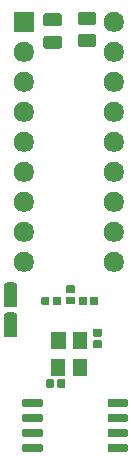
<source format=gbr>
G04 #@! TF.GenerationSoftware,KiCad,Pcbnew,5.1.5+dfsg1-2build2*
G04 #@! TF.CreationDate,2023-02-25T19:10:51+00:00*
G04 #@! TF.ProjectId,video-ram-replacement,76696465-6f2d-4726-916d-2d7265706c61,rev?*
G04 #@! TF.SameCoordinates,Original*
G04 #@! TF.FileFunction,Soldermask,Bot*
G04 #@! TF.FilePolarity,Negative*
%FSLAX46Y46*%
G04 Gerber Fmt 4.6, Leading zero omitted, Abs format (unit mm)*
G04 Created by KiCad (PCBNEW 5.1.5+dfsg1-2build2) date 2023-02-25 19:10:51*
%MOMM*%
%LPD*%
G04 APERTURE LIST*
%ADD10C,0.150000*%
G04 APERTURE END LIST*
D10*
G36*
X106594928Y-125381764D02*
G01*
X106616009Y-125388160D01*
X106635445Y-125398548D01*
X106652476Y-125412524D01*
X106666452Y-125429555D01*
X106676840Y-125448991D01*
X106683236Y-125470072D01*
X106686000Y-125498140D01*
X106686000Y-125961860D01*
X106683236Y-125989928D01*
X106676840Y-126011009D01*
X106666452Y-126030445D01*
X106652476Y-126047476D01*
X106635445Y-126061452D01*
X106616009Y-126071840D01*
X106594928Y-126078236D01*
X106566860Y-126081000D01*
X105103140Y-126081000D01*
X105075072Y-126078236D01*
X105053991Y-126071840D01*
X105034555Y-126061452D01*
X105017524Y-126047476D01*
X105003548Y-126030445D01*
X104993160Y-126011009D01*
X104986764Y-125989928D01*
X104984000Y-125961860D01*
X104984000Y-125498140D01*
X104986764Y-125470072D01*
X104993160Y-125448991D01*
X105003548Y-125429555D01*
X105017524Y-125412524D01*
X105034555Y-125398548D01*
X105053991Y-125388160D01*
X105075072Y-125381764D01*
X105103140Y-125379000D01*
X106566860Y-125379000D01*
X106594928Y-125381764D01*
G37*
G36*
X99394928Y-125381764D02*
G01*
X99416009Y-125388160D01*
X99435445Y-125398548D01*
X99452476Y-125412524D01*
X99466452Y-125429555D01*
X99476840Y-125448991D01*
X99483236Y-125470072D01*
X99486000Y-125498140D01*
X99486000Y-125961860D01*
X99483236Y-125989928D01*
X99476840Y-126011009D01*
X99466452Y-126030445D01*
X99452476Y-126047476D01*
X99435445Y-126061452D01*
X99416009Y-126071840D01*
X99394928Y-126078236D01*
X99366860Y-126081000D01*
X97903140Y-126081000D01*
X97875072Y-126078236D01*
X97853991Y-126071840D01*
X97834555Y-126061452D01*
X97817524Y-126047476D01*
X97803548Y-126030445D01*
X97793160Y-126011009D01*
X97786764Y-125989928D01*
X97784000Y-125961860D01*
X97784000Y-125498140D01*
X97786764Y-125470072D01*
X97793160Y-125448991D01*
X97803548Y-125429555D01*
X97817524Y-125412524D01*
X97834555Y-125398548D01*
X97853991Y-125388160D01*
X97875072Y-125381764D01*
X97903140Y-125379000D01*
X99366860Y-125379000D01*
X99394928Y-125381764D01*
G37*
G36*
X106594928Y-124111764D02*
G01*
X106616009Y-124118160D01*
X106635445Y-124128548D01*
X106652476Y-124142524D01*
X106666452Y-124159555D01*
X106676840Y-124178991D01*
X106683236Y-124200072D01*
X106686000Y-124228140D01*
X106686000Y-124691860D01*
X106683236Y-124719928D01*
X106676840Y-124741009D01*
X106666452Y-124760445D01*
X106652476Y-124777476D01*
X106635445Y-124791452D01*
X106616009Y-124801840D01*
X106594928Y-124808236D01*
X106566860Y-124811000D01*
X105103140Y-124811000D01*
X105075072Y-124808236D01*
X105053991Y-124801840D01*
X105034555Y-124791452D01*
X105017524Y-124777476D01*
X105003548Y-124760445D01*
X104993160Y-124741009D01*
X104986764Y-124719928D01*
X104984000Y-124691860D01*
X104984000Y-124228140D01*
X104986764Y-124200072D01*
X104993160Y-124178991D01*
X105003548Y-124159555D01*
X105017524Y-124142524D01*
X105034555Y-124128548D01*
X105053991Y-124118160D01*
X105075072Y-124111764D01*
X105103140Y-124109000D01*
X106566860Y-124109000D01*
X106594928Y-124111764D01*
G37*
G36*
X99394928Y-124111764D02*
G01*
X99416009Y-124118160D01*
X99435445Y-124128548D01*
X99452476Y-124142524D01*
X99466452Y-124159555D01*
X99476840Y-124178991D01*
X99483236Y-124200072D01*
X99486000Y-124228140D01*
X99486000Y-124691860D01*
X99483236Y-124719928D01*
X99476840Y-124741009D01*
X99466452Y-124760445D01*
X99452476Y-124777476D01*
X99435445Y-124791452D01*
X99416009Y-124801840D01*
X99394928Y-124808236D01*
X99366860Y-124811000D01*
X97903140Y-124811000D01*
X97875072Y-124808236D01*
X97853991Y-124801840D01*
X97834555Y-124791452D01*
X97817524Y-124777476D01*
X97803548Y-124760445D01*
X97793160Y-124741009D01*
X97786764Y-124719928D01*
X97784000Y-124691860D01*
X97784000Y-124228140D01*
X97786764Y-124200072D01*
X97793160Y-124178991D01*
X97803548Y-124159555D01*
X97817524Y-124142524D01*
X97834555Y-124128548D01*
X97853991Y-124118160D01*
X97875072Y-124111764D01*
X97903140Y-124109000D01*
X99366860Y-124109000D01*
X99394928Y-124111764D01*
G37*
G36*
X99394928Y-122841764D02*
G01*
X99416009Y-122848160D01*
X99435445Y-122858548D01*
X99452476Y-122872524D01*
X99466452Y-122889555D01*
X99476840Y-122908991D01*
X99483236Y-122930072D01*
X99486000Y-122958140D01*
X99486000Y-123421860D01*
X99483236Y-123449928D01*
X99476840Y-123471009D01*
X99466452Y-123490445D01*
X99452476Y-123507476D01*
X99435445Y-123521452D01*
X99416009Y-123531840D01*
X99394928Y-123538236D01*
X99366860Y-123541000D01*
X97903140Y-123541000D01*
X97875072Y-123538236D01*
X97853991Y-123531840D01*
X97834555Y-123521452D01*
X97817524Y-123507476D01*
X97803548Y-123490445D01*
X97793160Y-123471009D01*
X97786764Y-123449928D01*
X97784000Y-123421860D01*
X97784000Y-122958140D01*
X97786764Y-122930072D01*
X97793160Y-122908991D01*
X97803548Y-122889555D01*
X97817524Y-122872524D01*
X97834555Y-122858548D01*
X97853991Y-122848160D01*
X97875072Y-122841764D01*
X97903140Y-122839000D01*
X99366860Y-122839000D01*
X99394928Y-122841764D01*
G37*
G36*
X106594928Y-122841764D02*
G01*
X106616009Y-122848160D01*
X106635445Y-122858548D01*
X106652476Y-122872524D01*
X106666452Y-122889555D01*
X106676840Y-122908991D01*
X106683236Y-122930072D01*
X106686000Y-122958140D01*
X106686000Y-123421860D01*
X106683236Y-123449928D01*
X106676840Y-123471009D01*
X106666452Y-123490445D01*
X106652476Y-123507476D01*
X106635445Y-123521452D01*
X106616009Y-123531840D01*
X106594928Y-123538236D01*
X106566860Y-123541000D01*
X105103140Y-123541000D01*
X105075072Y-123538236D01*
X105053991Y-123531840D01*
X105034555Y-123521452D01*
X105017524Y-123507476D01*
X105003548Y-123490445D01*
X104993160Y-123471009D01*
X104986764Y-123449928D01*
X104984000Y-123421860D01*
X104984000Y-122958140D01*
X104986764Y-122930072D01*
X104993160Y-122908991D01*
X105003548Y-122889555D01*
X105017524Y-122872524D01*
X105034555Y-122858548D01*
X105053991Y-122848160D01*
X105075072Y-122841764D01*
X105103140Y-122839000D01*
X106566860Y-122839000D01*
X106594928Y-122841764D01*
G37*
G36*
X106594928Y-121571764D02*
G01*
X106616009Y-121578160D01*
X106635445Y-121588548D01*
X106652476Y-121602524D01*
X106666452Y-121619555D01*
X106676840Y-121638991D01*
X106683236Y-121660072D01*
X106686000Y-121688140D01*
X106686000Y-122151860D01*
X106683236Y-122179928D01*
X106676840Y-122201009D01*
X106666452Y-122220445D01*
X106652476Y-122237476D01*
X106635445Y-122251452D01*
X106616009Y-122261840D01*
X106594928Y-122268236D01*
X106566860Y-122271000D01*
X105103140Y-122271000D01*
X105075072Y-122268236D01*
X105053991Y-122261840D01*
X105034555Y-122251452D01*
X105017524Y-122237476D01*
X105003548Y-122220445D01*
X104993160Y-122201009D01*
X104986764Y-122179928D01*
X104984000Y-122151860D01*
X104984000Y-121688140D01*
X104986764Y-121660072D01*
X104993160Y-121638991D01*
X105003548Y-121619555D01*
X105017524Y-121602524D01*
X105034555Y-121588548D01*
X105053991Y-121578160D01*
X105075072Y-121571764D01*
X105103140Y-121569000D01*
X106566860Y-121569000D01*
X106594928Y-121571764D01*
G37*
G36*
X99394928Y-121571764D02*
G01*
X99416009Y-121578160D01*
X99435445Y-121588548D01*
X99452476Y-121602524D01*
X99466452Y-121619555D01*
X99476840Y-121638991D01*
X99483236Y-121660072D01*
X99486000Y-121688140D01*
X99486000Y-122151860D01*
X99483236Y-122179928D01*
X99476840Y-122201009D01*
X99466452Y-122220445D01*
X99452476Y-122237476D01*
X99435445Y-122251452D01*
X99416009Y-122261840D01*
X99394928Y-122268236D01*
X99366860Y-122271000D01*
X97903140Y-122271000D01*
X97875072Y-122268236D01*
X97853991Y-122261840D01*
X97834555Y-122251452D01*
X97817524Y-122237476D01*
X97803548Y-122220445D01*
X97793160Y-122201009D01*
X97786764Y-122179928D01*
X97784000Y-122151860D01*
X97784000Y-121688140D01*
X97786764Y-121660072D01*
X97793160Y-121638991D01*
X97803548Y-121619555D01*
X97817524Y-121602524D01*
X97834555Y-121588548D01*
X97853991Y-121578160D01*
X97875072Y-121571764D01*
X97903140Y-121569000D01*
X99366860Y-121569000D01*
X99394928Y-121571764D01*
G37*
G36*
X101311976Y-119910572D02*
G01*
X101331181Y-119916398D01*
X101348893Y-119925865D01*
X101364405Y-119938595D01*
X101377135Y-119954107D01*
X101386602Y-119971819D01*
X101392428Y-119991024D01*
X101395000Y-120017140D01*
X101395000Y-120520860D01*
X101392428Y-120546976D01*
X101386602Y-120566181D01*
X101377135Y-120583893D01*
X101364405Y-120599405D01*
X101348893Y-120612135D01*
X101331181Y-120621602D01*
X101311976Y-120627428D01*
X101285860Y-120630000D01*
X100842140Y-120630000D01*
X100816024Y-120627428D01*
X100796819Y-120621602D01*
X100779107Y-120612135D01*
X100763595Y-120599405D01*
X100750865Y-120583893D01*
X100741398Y-120566181D01*
X100735572Y-120546976D01*
X100733000Y-120520860D01*
X100733000Y-120017140D01*
X100735572Y-119991024D01*
X100741398Y-119971819D01*
X100750865Y-119954107D01*
X100763595Y-119938595D01*
X100779107Y-119925865D01*
X100796819Y-119916398D01*
X100816024Y-119910572D01*
X100842140Y-119908000D01*
X101285860Y-119908000D01*
X101311976Y-119910572D01*
G37*
G36*
X100351976Y-119910572D02*
G01*
X100371181Y-119916398D01*
X100388893Y-119925865D01*
X100404405Y-119938595D01*
X100417135Y-119954107D01*
X100426602Y-119971819D01*
X100432428Y-119991024D01*
X100435000Y-120017140D01*
X100435000Y-120520860D01*
X100432428Y-120546976D01*
X100426602Y-120566181D01*
X100417135Y-120583893D01*
X100404405Y-120599405D01*
X100388893Y-120612135D01*
X100371181Y-120621602D01*
X100351976Y-120627428D01*
X100325860Y-120630000D01*
X99882140Y-120630000D01*
X99856024Y-120627428D01*
X99836819Y-120621602D01*
X99819107Y-120612135D01*
X99803595Y-120599405D01*
X99790865Y-120583893D01*
X99781398Y-120566181D01*
X99775572Y-120546976D01*
X99773000Y-120520860D01*
X99773000Y-120017140D01*
X99775572Y-119991024D01*
X99781398Y-119971819D01*
X99790865Y-119954107D01*
X99803595Y-119938595D01*
X99819107Y-119925865D01*
X99836819Y-119916398D01*
X99856024Y-119910572D01*
X99882140Y-119908000D01*
X100325860Y-119908000D01*
X100351976Y-119910572D01*
G37*
G36*
X103223000Y-119646000D02*
G01*
X102021000Y-119646000D01*
X102021000Y-118244000D01*
X103223000Y-118244000D01*
X103223000Y-119646000D01*
G37*
G36*
X101423000Y-119636000D02*
G01*
X100221000Y-119636000D01*
X100221000Y-118234000D01*
X101423000Y-118234000D01*
X101423000Y-119636000D01*
G37*
G36*
X103223000Y-117346000D02*
G01*
X102021000Y-117346000D01*
X102021000Y-115944000D01*
X103223000Y-115944000D01*
X103223000Y-117346000D01*
G37*
G36*
X101433000Y-117336000D02*
G01*
X100231000Y-117336000D01*
X100231000Y-115934000D01*
X101433000Y-115934000D01*
X101433000Y-117336000D01*
G37*
G36*
X104417976Y-116610572D02*
G01*
X104437181Y-116616398D01*
X104454893Y-116625865D01*
X104470405Y-116638595D01*
X104483135Y-116654107D01*
X104492602Y-116671819D01*
X104498428Y-116691024D01*
X104501000Y-116717140D01*
X104501000Y-117160860D01*
X104498428Y-117186976D01*
X104492602Y-117206181D01*
X104483135Y-117223893D01*
X104470405Y-117239405D01*
X104454893Y-117252135D01*
X104437181Y-117261602D01*
X104417976Y-117267428D01*
X104391860Y-117270000D01*
X103888140Y-117270000D01*
X103862024Y-117267428D01*
X103842819Y-117261602D01*
X103825107Y-117252135D01*
X103809595Y-117239405D01*
X103796865Y-117223893D01*
X103787398Y-117206181D01*
X103781572Y-117186976D01*
X103779000Y-117160860D01*
X103779000Y-116717140D01*
X103781572Y-116691024D01*
X103787398Y-116671819D01*
X103796865Y-116654107D01*
X103809595Y-116638595D01*
X103825107Y-116625865D01*
X103842819Y-116616398D01*
X103862024Y-116610572D01*
X103888140Y-116608000D01*
X104391860Y-116608000D01*
X104417976Y-116610572D01*
G37*
G36*
X97153434Y-114269686D02*
G01*
X97193284Y-114281774D01*
X97229999Y-114301399D01*
X97262186Y-114327814D01*
X97288601Y-114360001D01*
X97308226Y-114396716D01*
X97320314Y-114436566D01*
X97325000Y-114484141D01*
X97325000Y-116147859D01*
X97320314Y-116195434D01*
X97308226Y-116235284D01*
X97288601Y-116271999D01*
X97262186Y-116304186D01*
X97229999Y-116330601D01*
X97193284Y-116350226D01*
X97153434Y-116362314D01*
X97105859Y-116367000D01*
X96442141Y-116367000D01*
X96394566Y-116362314D01*
X96354716Y-116350226D01*
X96318001Y-116330601D01*
X96285814Y-116304186D01*
X96259399Y-116271999D01*
X96239774Y-116235284D01*
X96227686Y-116195434D01*
X96223000Y-116147859D01*
X96223000Y-114484141D01*
X96227686Y-114436566D01*
X96239774Y-114396716D01*
X96259399Y-114360001D01*
X96285814Y-114327814D01*
X96318001Y-114301399D01*
X96354716Y-114281774D01*
X96394566Y-114269686D01*
X96442141Y-114265000D01*
X97105859Y-114265000D01*
X97153434Y-114269686D01*
G37*
G36*
X104417976Y-115650572D02*
G01*
X104437181Y-115656398D01*
X104454893Y-115665865D01*
X104470405Y-115678595D01*
X104483135Y-115694107D01*
X104492602Y-115711819D01*
X104498428Y-115731024D01*
X104501000Y-115757140D01*
X104501000Y-116200860D01*
X104498428Y-116226976D01*
X104492602Y-116246181D01*
X104483135Y-116263893D01*
X104470405Y-116279405D01*
X104454893Y-116292135D01*
X104437181Y-116301602D01*
X104417976Y-116307428D01*
X104391860Y-116310000D01*
X103888140Y-116310000D01*
X103862024Y-116307428D01*
X103842819Y-116301602D01*
X103825107Y-116292135D01*
X103809595Y-116279405D01*
X103796865Y-116263893D01*
X103787398Y-116246181D01*
X103781572Y-116226976D01*
X103779000Y-116200860D01*
X103779000Y-115757140D01*
X103781572Y-115731024D01*
X103787398Y-115711819D01*
X103796865Y-115694107D01*
X103809595Y-115678595D01*
X103825107Y-115665865D01*
X103842819Y-115656398D01*
X103862024Y-115650572D01*
X103888140Y-115648000D01*
X104391860Y-115648000D01*
X104417976Y-115650572D01*
G37*
G36*
X97153434Y-111729686D02*
G01*
X97193284Y-111741774D01*
X97229999Y-111761399D01*
X97262186Y-111787814D01*
X97288601Y-111820001D01*
X97308226Y-111856716D01*
X97320314Y-111896566D01*
X97325000Y-111944141D01*
X97325000Y-113607859D01*
X97320314Y-113655434D01*
X97308226Y-113695284D01*
X97288601Y-113731999D01*
X97262186Y-113764186D01*
X97229999Y-113790601D01*
X97193284Y-113810226D01*
X97153434Y-113822314D01*
X97105859Y-113827000D01*
X96442141Y-113827000D01*
X96394566Y-113822314D01*
X96354716Y-113810226D01*
X96318001Y-113790601D01*
X96285814Y-113764186D01*
X96259399Y-113731999D01*
X96239774Y-113695284D01*
X96227686Y-113655434D01*
X96223000Y-113607859D01*
X96223000Y-111944141D01*
X96227686Y-111896566D01*
X96239774Y-111856716D01*
X96259399Y-111820001D01*
X96285814Y-111787814D01*
X96318001Y-111761399D01*
X96354716Y-111741774D01*
X96394566Y-111729686D01*
X96442141Y-111725000D01*
X97105859Y-111725000D01*
X97153434Y-111729686D01*
G37*
G36*
X100930976Y-112925572D02*
G01*
X100950181Y-112931398D01*
X100967893Y-112940865D01*
X100983405Y-112953595D01*
X100996135Y-112969107D01*
X101005602Y-112986819D01*
X101011428Y-113006024D01*
X101014000Y-113032140D01*
X101014000Y-113535860D01*
X101011428Y-113561976D01*
X101005602Y-113581181D01*
X100996135Y-113598893D01*
X100983405Y-113614405D01*
X100967893Y-113627135D01*
X100950181Y-113636602D01*
X100930976Y-113642428D01*
X100904860Y-113645000D01*
X100461140Y-113645000D01*
X100435024Y-113642428D01*
X100415819Y-113636602D01*
X100398107Y-113627135D01*
X100382595Y-113614405D01*
X100369865Y-113598893D01*
X100360398Y-113581181D01*
X100354572Y-113561976D01*
X100352000Y-113535860D01*
X100352000Y-113032140D01*
X100354572Y-113006024D01*
X100360398Y-112986819D01*
X100369865Y-112969107D01*
X100382595Y-112953595D01*
X100398107Y-112940865D01*
X100415819Y-112931398D01*
X100435024Y-112925572D01*
X100461140Y-112923000D01*
X100904860Y-112923000D01*
X100930976Y-112925572D01*
G37*
G36*
X99970976Y-112925572D02*
G01*
X99990181Y-112931398D01*
X100007893Y-112940865D01*
X100023405Y-112953595D01*
X100036135Y-112969107D01*
X100045602Y-112986819D01*
X100051428Y-113006024D01*
X100054000Y-113032140D01*
X100054000Y-113535860D01*
X100051428Y-113561976D01*
X100045602Y-113581181D01*
X100036135Y-113598893D01*
X100023405Y-113614405D01*
X100007893Y-113627135D01*
X99990181Y-113636602D01*
X99970976Y-113642428D01*
X99944860Y-113645000D01*
X99501140Y-113645000D01*
X99475024Y-113642428D01*
X99455819Y-113636602D01*
X99438107Y-113627135D01*
X99422595Y-113614405D01*
X99409865Y-113598893D01*
X99400398Y-113581181D01*
X99394572Y-113561976D01*
X99392000Y-113535860D01*
X99392000Y-113032140D01*
X99394572Y-113006024D01*
X99400398Y-112986819D01*
X99409865Y-112969107D01*
X99422595Y-112953595D01*
X99438107Y-112940865D01*
X99455819Y-112931398D01*
X99475024Y-112925572D01*
X99501140Y-112923000D01*
X99944860Y-112923000D01*
X99970976Y-112925572D01*
G37*
G36*
X103145976Y-112925572D02*
G01*
X103165181Y-112931398D01*
X103182893Y-112940865D01*
X103198405Y-112953595D01*
X103211135Y-112969107D01*
X103220602Y-112986819D01*
X103226428Y-113006024D01*
X103229000Y-113032140D01*
X103229000Y-113535860D01*
X103226428Y-113561976D01*
X103220602Y-113581181D01*
X103211135Y-113598893D01*
X103198405Y-113614405D01*
X103182893Y-113627135D01*
X103165181Y-113636602D01*
X103145976Y-113642428D01*
X103119860Y-113645000D01*
X102676140Y-113645000D01*
X102650024Y-113642428D01*
X102630819Y-113636602D01*
X102613107Y-113627135D01*
X102597595Y-113614405D01*
X102584865Y-113598893D01*
X102575398Y-113581181D01*
X102569572Y-113561976D01*
X102567000Y-113535860D01*
X102567000Y-113032140D01*
X102569572Y-113006024D01*
X102575398Y-112986819D01*
X102584865Y-112969107D01*
X102597595Y-112953595D01*
X102613107Y-112940865D01*
X102630819Y-112931398D01*
X102650024Y-112925572D01*
X102676140Y-112923000D01*
X103119860Y-112923000D01*
X103145976Y-112925572D01*
G37*
G36*
X104105976Y-112925572D02*
G01*
X104125181Y-112931398D01*
X104142893Y-112940865D01*
X104158405Y-112953595D01*
X104171135Y-112969107D01*
X104180602Y-112986819D01*
X104186428Y-113006024D01*
X104189000Y-113032140D01*
X104189000Y-113535860D01*
X104186428Y-113561976D01*
X104180602Y-113581181D01*
X104171135Y-113598893D01*
X104158405Y-113614405D01*
X104142893Y-113627135D01*
X104125181Y-113636602D01*
X104105976Y-113642428D01*
X104079860Y-113645000D01*
X103636140Y-113645000D01*
X103610024Y-113642428D01*
X103590819Y-113636602D01*
X103573107Y-113627135D01*
X103557595Y-113614405D01*
X103544865Y-113598893D01*
X103535398Y-113581181D01*
X103529572Y-113561976D01*
X103527000Y-113535860D01*
X103527000Y-113032140D01*
X103529572Y-113006024D01*
X103535398Y-112986819D01*
X103544865Y-112969107D01*
X103557595Y-112953595D01*
X103573107Y-112940865D01*
X103590819Y-112931398D01*
X103610024Y-112925572D01*
X103636140Y-112923000D01*
X104079860Y-112923000D01*
X104105976Y-112925572D01*
G37*
G36*
X102131976Y-112927572D02*
G01*
X102151181Y-112933398D01*
X102168893Y-112942865D01*
X102184405Y-112955595D01*
X102197135Y-112971107D01*
X102206602Y-112988819D01*
X102212428Y-113008024D01*
X102215000Y-113034140D01*
X102215000Y-113477860D01*
X102212428Y-113503976D01*
X102206602Y-113523181D01*
X102197135Y-113540893D01*
X102184405Y-113556405D01*
X102168893Y-113569135D01*
X102151181Y-113578602D01*
X102131976Y-113584428D01*
X102105860Y-113587000D01*
X101602140Y-113587000D01*
X101576024Y-113584428D01*
X101556819Y-113578602D01*
X101539107Y-113569135D01*
X101523595Y-113556405D01*
X101510865Y-113540893D01*
X101501398Y-113523181D01*
X101495572Y-113503976D01*
X101493000Y-113477860D01*
X101493000Y-113034140D01*
X101495572Y-113008024D01*
X101501398Y-112988819D01*
X101510865Y-112971107D01*
X101523595Y-112955595D01*
X101539107Y-112942865D01*
X101556819Y-112933398D01*
X101576024Y-112927572D01*
X101602140Y-112925000D01*
X102105860Y-112925000D01*
X102131976Y-112927572D01*
G37*
G36*
X102131976Y-111967572D02*
G01*
X102151181Y-111973398D01*
X102168893Y-111982865D01*
X102184405Y-111995595D01*
X102197135Y-112011107D01*
X102206602Y-112028819D01*
X102212428Y-112048024D01*
X102215000Y-112074140D01*
X102215000Y-112517860D01*
X102212428Y-112543976D01*
X102206602Y-112563181D01*
X102197135Y-112580893D01*
X102184405Y-112596405D01*
X102168893Y-112609135D01*
X102151181Y-112618602D01*
X102131976Y-112624428D01*
X102105860Y-112627000D01*
X101602140Y-112627000D01*
X101576024Y-112624428D01*
X101556819Y-112618602D01*
X101539107Y-112609135D01*
X101523595Y-112596405D01*
X101510865Y-112580893D01*
X101501398Y-112563181D01*
X101495572Y-112543976D01*
X101493000Y-112517860D01*
X101493000Y-112074140D01*
X101495572Y-112048024D01*
X101501398Y-112028819D01*
X101510865Y-112011107D01*
X101523595Y-111995595D01*
X101539107Y-111982865D01*
X101556819Y-111973398D01*
X101576024Y-111967572D01*
X101602140Y-111965000D01*
X102105860Y-111965000D01*
X102131976Y-111967572D01*
G37*
G36*
X105763228Y-109149703D02*
G01*
X105918100Y-109213853D01*
X106057481Y-109306985D01*
X106176015Y-109425519D01*
X106269147Y-109564900D01*
X106333297Y-109719772D01*
X106366000Y-109884184D01*
X106366000Y-110051816D01*
X106333297Y-110216228D01*
X106269147Y-110371100D01*
X106176015Y-110510481D01*
X106057481Y-110629015D01*
X105918100Y-110722147D01*
X105763228Y-110786297D01*
X105598816Y-110819000D01*
X105431184Y-110819000D01*
X105266772Y-110786297D01*
X105111900Y-110722147D01*
X104972519Y-110629015D01*
X104853985Y-110510481D01*
X104760853Y-110371100D01*
X104696703Y-110216228D01*
X104664000Y-110051816D01*
X104664000Y-109884184D01*
X104696703Y-109719772D01*
X104760853Y-109564900D01*
X104853985Y-109425519D01*
X104972519Y-109306985D01*
X105111900Y-109213853D01*
X105266772Y-109149703D01*
X105431184Y-109117000D01*
X105598816Y-109117000D01*
X105763228Y-109149703D01*
G37*
G36*
X98143228Y-109149703D02*
G01*
X98298100Y-109213853D01*
X98437481Y-109306985D01*
X98556015Y-109425519D01*
X98649147Y-109564900D01*
X98713297Y-109719772D01*
X98746000Y-109884184D01*
X98746000Y-110051816D01*
X98713297Y-110216228D01*
X98649147Y-110371100D01*
X98556015Y-110510481D01*
X98437481Y-110629015D01*
X98298100Y-110722147D01*
X98143228Y-110786297D01*
X97978816Y-110819000D01*
X97811184Y-110819000D01*
X97646772Y-110786297D01*
X97491900Y-110722147D01*
X97352519Y-110629015D01*
X97233985Y-110510481D01*
X97140853Y-110371100D01*
X97076703Y-110216228D01*
X97044000Y-110051816D01*
X97044000Y-109884184D01*
X97076703Y-109719772D01*
X97140853Y-109564900D01*
X97233985Y-109425519D01*
X97352519Y-109306985D01*
X97491900Y-109213853D01*
X97646772Y-109149703D01*
X97811184Y-109117000D01*
X97978816Y-109117000D01*
X98143228Y-109149703D01*
G37*
G36*
X105763228Y-106609703D02*
G01*
X105918100Y-106673853D01*
X106057481Y-106766985D01*
X106176015Y-106885519D01*
X106269147Y-107024900D01*
X106333297Y-107179772D01*
X106366000Y-107344184D01*
X106366000Y-107511816D01*
X106333297Y-107676228D01*
X106269147Y-107831100D01*
X106176015Y-107970481D01*
X106057481Y-108089015D01*
X105918100Y-108182147D01*
X105763228Y-108246297D01*
X105598816Y-108279000D01*
X105431184Y-108279000D01*
X105266772Y-108246297D01*
X105111900Y-108182147D01*
X104972519Y-108089015D01*
X104853985Y-107970481D01*
X104760853Y-107831100D01*
X104696703Y-107676228D01*
X104664000Y-107511816D01*
X104664000Y-107344184D01*
X104696703Y-107179772D01*
X104760853Y-107024900D01*
X104853985Y-106885519D01*
X104972519Y-106766985D01*
X105111900Y-106673853D01*
X105266772Y-106609703D01*
X105431184Y-106577000D01*
X105598816Y-106577000D01*
X105763228Y-106609703D01*
G37*
G36*
X98143228Y-106609703D02*
G01*
X98298100Y-106673853D01*
X98437481Y-106766985D01*
X98556015Y-106885519D01*
X98649147Y-107024900D01*
X98713297Y-107179772D01*
X98746000Y-107344184D01*
X98746000Y-107511816D01*
X98713297Y-107676228D01*
X98649147Y-107831100D01*
X98556015Y-107970481D01*
X98437481Y-108089015D01*
X98298100Y-108182147D01*
X98143228Y-108246297D01*
X97978816Y-108279000D01*
X97811184Y-108279000D01*
X97646772Y-108246297D01*
X97491900Y-108182147D01*
X97352519Y-108089015D01*
X97233985Y-107970481D01*
X97140853Y-107831100D01*
X97076703Y-107676228D01*
X97044000Y-107511816D01*
X97044000Y-107344184D01*
X97076703Y-107179772D01*
X97140853Y-107024900D01*
X97233985Y-106885519D01*
X97352519Y-106766985D01*
X97491900Y-106673853D01*
X97646772Y-106609703D01*
X97811184Y-106577000D01*
X97978816Y-106577000D01*
X98143228Y-106609703D01*
G37*
G36*
X105763228Y-104069703D02*
G01*
X105918100Y-104133853D01*
X106057481Y-104226985D01*
X106176015Y-104345519D01*
X106269147Y-104484900D01*
X106333297Y-104639772D01*
X106366000Y-104804184D01*
X106366000Y-104971816D01*
X106333297Y-105136228D01*
X106269147Y-105291100D01*
X106176015Y-105430481D01*
X106057481Y-105549015D01*
X105918100Y-105642147D01*
X105763228Y-105706297D01*
X105598816Y-105739000D01*
X105431184Y-105739000D01*
X105266772Y-105706297D01*
X105111900Y-105642147D01*
X104972519Y-105549015D01*
X104853985Y-105430481D01*
X104760853Y-105291100D01*
X104696703Y-105136228D01*
X104664000Y-104971816D01*
X104664000Y-104804184D01*
X104696703Y-104639772D01*
X104760853Y-104484900D01*
X104853985Y-104345519D01*
X104972519Y-104226985D01*
X105111900Y-104133853D01*
X105266772Y-104069703D01*
X105431184Y-104037000D01*
X105598816Y-104037000D01*
X105763228Y-104069703D01*
G37*
G36*
X98143228Y-104069703D02*
G01*
X98298100Y-104133853D01*
X98437481Y-104226985D01*
X98556015Y-104345519D01*
X98649147Y-104484900D01*
X98713297Y-104639772D01*
X98746000Y-104804184D01*
X98746000Y-104971816D01*
X98713297Y-105136228D01*
X98649147Y-105291100D01*
X98556015Y-105430481D01*
X98437481Y-105549015D01*
X98298100Y-105642147D01*
X98143228Y-105706297D01*
X97978816Y-105739000D01*
X97811184Y-105739000D01*
X97646772Y-105706297D01*
X97491900Y-105642147D01*
X97352519Y-105549015D01*
X97233985Y-105430481D01*
X97140853Y-105291100D01*
X97076703Y-105136228D01*
X97044000Y-104971816D01*
X97044000Y-104804184D01*
X97076703Y-104639772D01*
X97140853Y-104484900D01*
X97233985Y-104345519D01*
X97352519Y-104226985D01*
X97491900Y-104133853D01*
X97646772Y-104069703D01*
X97811184Y-104037000D01*
X97978816Y-104037000D01*
X98143228Y-104069703D01*
G37*
G36*
X98143228Y-101529703D02*
G01*
X98298100Y-101593853D01*
X98437481Y-101686985D01*
X98556015Y-101805519D01*
X98649147Y-101944900D01*
X98713297Y-102099772D01*
X98746000Y-102264184D01*
X98746000Y-102431816D01*
X98713297Y-102596228D01*
X98649147Y-102751100D01*
X98556015Y-102890481D01*
X98437481Y-103009015D01*
X98298100Y-103102147D01*
X98143228Y-103166297D01*
X97978816Y-103199000D01*
X97811184Y-103199000D01*
X97646772Y-103166297D01*
X97491900Y-103102147D01*
X97352519Y-103009015D01*
X97233985Y-102890481D01*
X97140853Y-102751100D01*
X97076703Y-102596228D01*
X97044000Y-102431816D01*
X97044000Y-102264184D01*
X97076703Y-102099772D01*
X97140853Y-101944900D01*
X97233985Y-101805519D01*
X97352519Y-101686985D01*
X97491900Y-101593853D01*
X97646772Y-101529703D01*
X97811184Y-101497000D01*
X97978816Y-101497000D01*
X98143228Y-101529703D01*
G37*
G36*
X105763228Y-101529703D02*
G01*
X105918100Y-101593853D01*
X106057481Y-101686985D01*
X106176015Y-101805519D01*
X106269147Y-101944900D01*
X106333297Y-102099772D01*
X106366000Y-102264184D01*
X106366000Y-102431816D01*
X106333297Y-102596228D01*
X106269147Y-102751100D01*
X106176015Y-102890481D01*
X106057481Y-103009015D01*
X105918100Y-103102147D01*
X105763228Y-103166297D01*
X105598816Y-103199000D01*
X105431184Y-103199000D01*
X105266772Y-103166297D01*
X105111900Y-103102147D01*
X104972519Y-103009015D01*
X104853985Y-102890481D01*
X104760853Y-102751100D01*
X104696703Y-102596228D01*
X104664000Y-102431816D01*
X104664000Y-102264184D01*
X104696703Y-102099772D01*
X104760853Y-101944900D01*
X104853985Y-101805519D01*
X104972519Y-101686985D01*
X105111900Y-101593853D01*
X105266772Y-101529703D01*
X105431184Y-101497000D01*
X105598816Y-101497000D01*
X105763228Y-101529703D01*
G37*
G36*
X105763228Y-98989703D02*
G01*
X105918100Y-99053853D01*
X106057481Y-99146985D01*
X106176015Y-99265519D01*
X106269147Y-99404900D01*
X106333297Y-99559772D01*
X106366000Y-99724184D01*
X106366000Y-99891816D01*
X106333297Y-100056228D01*
X106269147Y-100211100D01*
X106176015Y-100350481D01*
X106057481Y-100469015D01*
X105918100Y-100562147D01*
X105763228Y-100626297D01*
X105598816Y-100659000D01*
X105431184Y-100659000D01*
X105266772Y-100626297D01*
X105111900Y-100562147D01*
X104972519Y-100469015D01*
X104853985Y-100350481D01*
X104760853Y-100211100D01*
X104696703Y-100056228D01*
X104664000Y-99891816D01*
X104664000Y-99724184D01*
X104696703Y-99559772D01*
X104760853Y-99404900D01*
X104853985Y-99265519D01*
X104972519Y-99146985D01*
X105111900Y-99053853D01*
X105266772Y-98989703D01*
X105431184Y-98957000D01*
X105598816Y-98957000D01*
X105763228Y-98989703D01*
G37*
G36*
X98143228Y-98989703D02*
G01*
X98298100Y-99053853D01*
X98437481Y-99146985D01*
X98556015Y-99265519D01*
X98649147Y-99404900D01*
X98713297Y-99559772D01*
X98746000Y-99724184D01*
X98746000Y-99891816D01*
X98713297Y-100056228D01*
X98649147Y-100211100D01*
X98556015Y-100350481D01*
X98437481Y-100469015D01*
X98298100Y-100562147D01*
X98143228Y-100626297D01*
X97978816Y-100659000D01*
X97811184Y-100659000D01*
X97646772Y-100626297D01*
X97491900Y-100562147D01*
X97352519Y-100469015D01*
X97233985Y-100350481D01*
X97140853Y-100211100D01*
X97076703Y-100056228D01*
X97044000Y-99891816D01*
X97044000Y-99724184D01*
X97076703Y-99559772D01*
X97140853Y-99404900D01*
X97233985Y-99265519D01*
X97352519Y-99146985D01*
X97491900Y-99053853D01*
X97646772Y-98989703D01*
X97811184Y-98957000D01*
X97978816Y-98957000D01*
X98143228Y-98989703D01*
G37*
G36*
X105763228Y-96449703D02*
G01*
X105918100Y-96513853D01*
X106057481Y-96606985D01*
X106176015Y-96725519D01*
X106269147Y-96864900D01*
X106333297Y-97019772D01*
X106366000Y-97184184D01*
X106366000Y-97351816D01*
X106333297Y-97516228D01*
X106269147Y-97671100D01*
X106176015Y-97810481D01*
X106057481Y-97929015D01*
X105918100Y-98022147D01*
X105763228Y-98086297D01*
X105598816Y-98119000D01*
X105431184Y-98119000D01*
X105266772Y-98086297D01*
X105111900Y-98022147D01*
X104972519Y-97929015D01*
X104853985Y-97810481D01*
X104760853Y-97671100D01*
X104696703Y-97516228D01*
X104664000Y-97351816D01*
X104664000Y-97184184D01*
X104696703Y-97019772D01*
X104760853Y-96864900D01*
X104853985Y-96725519D01*
X104972519Y-96606985D01*
X105111900Y-96513853D01*
X105266772Y-96449703D01*
X105431184Y-96417000D01*
X105598816Y-96417000D01*
X105763228Y-96449703D01*
G37*
G36*
X98143228Y-96449703D02*
G01*
X98298100Y-96513853D01*
X98437481Y-96606985D01*
X98556015Y-96725519D01*
X98649147Y-96864900D01*
X98713297Y-97019772D01*
X98746000Y-97184184D01*
X98746000Y-97351816D01*
X98713297Y-97516228D01*
X98649147Y-97671100D01*
X98556015Y-97810481D01*
X98437481Y-97929015D01*
X98298100Y-98022147D01*
X98143228Y-98086297D01*
X97978816Y-98119000D01*
X97811184Y-98119000D01*
X97646772Y-98086297D01*
X97491900Y-98022147D01*
X97352519Y-97929015D01*
X97233985Y-97810481D01*
X97140853Y-97671100D01*
X97076703Y-97516228D01*
X97044000Y-97351816D01*
X97044000Y-97184184D01*
X97076703Y-97019772D01*
X97140853Y-96864900D01*
X97233985Y-96725519D01*
X97352519Y-96606985D01*
X97491900Y-96513853D01*
X97646772Y-96449703D01*
X97811184Y-96417000D01*
X97978816Y-96417000D01*
X98143228Y-96449703D01*
G37*
G36*
X105763228Y-93909703D02*
G01*
X105918100Y-93973853D01*
X106057481Y-94066985D01*
X106176015Y-94185519D01*
X106269147Y-94324900D01*
X106333297Y-94479772D01*
X106366000Y-94644184D01*
X106366000Y-94811816D01*
X106333297Y-94976228D01*
X106269147Y-95131100D01*
X106176015Y-95270481D01*
X106057481Y-95389015D01*
X105918100Y-95482147D01*
X105763228Y-95546297D01*
X105598816Y-95579000D01*
X105431184Y-95579000D01*
X105266772Y-95546297D01*
X105111900Y-95482147D01*
X104972519Y-95389015D01*
X104853985Y-95270481D01*
X104760853Y-95131100D01*
X104696703Y-94976228D01*
X104664000Y-94811816D01*
X104664000Y-94644184D01*
X104696703Y-94479772D01*
X104760853Y-94324900D01*
X104853985Y-94185519D01*
X104972519Y-94066985D01*
X105111900Y-93973853D01*
X105266772Y-93909703D01*
X105431184Y-93877000D01*
X105598816Y-93877000D01*
X105763228Y-93909703D01*
G37*
G36*
X98143228Y-93909703D02*
G01*
X98298100Y-93973853D01*
X98437481Y-94066985D01*
X98556015Y-94185519D01*
X98649147Y-94324900D01*
X98713297Y-94479772D01*
X98746000Y-94644184D01*
X98746000Y-94811816D01*
X98713297Y-94976228D01*
X98649147Y-95131100D01*
X98556015Y-95270481D01*
X98437481Y-95389015D01*
X98298100Y-95482147D01*
X98143228Y-95546297D01*
X97978816Y-95579000D01*
X97811184Y-95579000D01*
X97646772Y-95546297D01*
X97491900Y-95482147D01*
X97352519Y-95389015D01*
X97233985Y-95270481D01*
X97140853Y-95131100D01*
X97076703Y-94976228D01*
X97044000Y-94811816D01*
X97044000Y-94644184D01*
X97076703Y-94479772D01*
X97140853Y-94324900D01*
X97233985Y-94185519D01*
X97352519Y-94066985D01*
X97491900Y-93973853D01*
X97646772Y-93909703D01*
X97811184Y-93877000D01*
X97978816Y-93877000D01*
X98143228Y-93909703D01*
G37*
G36*
X105763228Y-91369703D02*
G01*
X105918100Y-91433853D01*
X106057481Y-91526985D01*
X106176015Y-91645519D01*
X106269147Y-91784900D01*
X106333297Y-91939772D01*
X106366000Y-92104184D01*
X106366000Y-92271816D01*
X106333297Y-92436228D01*
X106269147Y-92591100D01*
X106176015Y-92730481D01*
X106057481Y-92849015D01*
X105918100Y-92942147D01*
X105763228Y-93006297D01*
X105598816Y-93039000D01*
X105431184Y-93039000D01*
X105266772Y-93006297D01*
X105111900Y-92942147D01*
X104972519Y-92849015D01*
X104853985Y-92730481D01*
X104760853Y-92591100D01*
X104696703Y-92436228D01*
X104664000Y-92271816D01*
X104664000Y-92104184D01*
X104696703Y-91939772D01*
X104760853Y-91784900D01*
X104853985Y-91645519D01*
X104972519Y-91526985D01*
X105111900Y-91433853D01*
X105266772Y-91369703D01*
X105431184Y-91337000D01*
X105598816Y-91337000D01*
X105763228Y-91369703D01*
G37*
G36*
X98143228Y-91369703D02*
G01*
X98298100Y-91433853D01*
X98437481Y-91526985D01*
X98556015Y-91645519D01*
X98649147Y-91784900D01*
X98713297Y-91939772D01*
X98746000Y-92104184D01*
X98746000Y-92271816D01*
X98713297Y-92436228D01*
X98649147Y-92591100D01*
X98556015Y-92730481D01*
X98437481Y-92849015D01*
X98298100Y-92942147D01*
X98143228Y-93006297D01*
X97978816Y-93039000D01*
X97811184Y-93039000D01*
X97646772Y-93006297D01*
X97491900Y-92942147D01*
X97352519Y-92849015D01*
X97233985Y-92730481D01*
X97140853Y-92591100D01*
X97076703Y-92436228D01*
X97044000Y-92271816D01*
X97044000Y-92104184D01*
X97076703Y-91939772D01*
X97140853Y-91784900D01*
X97233985Y-91645519D01*
X97352519Y-91526985D01*
X97491900Y-91433853D01*
X97646772Y-91369703D01*
X97811184Y-91337000D01*
X97978816Y-91337000D01*
X98143228Y-91369703D01*
G37*
G36*
X100934434Y-90827686D02*
G01*
X100974284Y-90839774D01*
X101010999Y-90859399D01*
X101043186Y-90885814D01*
X101069601Y-90918001D01*
X101089226Y-90954716D01*
X101101314Y-90994566D01*
X101106000Y-91042141D01*
X101106000Y-91705859D01*
X101101314Y-91753434D01*
X101089226Y-91793284D01*
X101069601Y-91829999D01*
X101043186Y-91862186D01*
X101010999Y-91888601D01*
X100974284Y-91908226D01*
X100934434Y-91920314D01*
X100886859Y-91925000D01*
X99773141Y-91925000D01*
X99725566Y-91920314D01*
X99685716Y-91908226D01*
X99649001Y-91888601D01*
X99616814Y-91862186D01*
X99590399Y-91829999D01*
X99570774Y-91793284D01*
X99558686Y-91753434D01*
X99554000Y-91705859D01*
X99554000Y-91042141D01*
X99558686Y-90994566D01*
X99570774Y-90954716D01*
X99590399Y-90918001D01*
X99616814Y-90885814D01*
X99649001Y-90859399D01*
X99685716Y-90839774D01*
X99725566Y-90827686D01*
X99773141Y-90823000D01*
X100886859Y-90823000D01*
X100934434Y-90827686D01*
G37*
G36*
X103855434Y-90700686D02*
G01*
X103895284Y-90712774D01*
X103931999Y-90732399D01*
X103964186Y-90758814D01*
X103990601Y-90791001D01*
X104010226Y-90827716D01*
X104022314Y-90867566D01*
X104027000Y-90915141D01*
X104027000Y-91578859D01*
X104022314Y-91626434D01*
X104010226Y-91666284D01*
X103990601Y-91702999D01*
X103964186Y-91735186D01*
X103931999Y-91761601D01*
X103895284Y-91781226D01*
X103855434Y-91793314D01*
X103807859Y-91798000D01*
X102694141Y-91798000D01*
X102646566Y-91793314D01*
X102606716Y-91781226D01*
X102570001Y-91761601D01*
X102537814Y-91735186D01*
X102511399Y-91702999D01*
X102491774Y-91666284D01*
X102479686Y-91626434D01*
X102475000Y-91578859D01*
X102475000Y-90915141D01*
X102479686Y-90867566D01*
X102491774Y-90827716D01*
X102511399Y-90791001D01*
X102537814Y-90758814D01*
X102570001Y-90732399D01*
X102606716Y-90712774D01*
X102646566Y-90700686D01*
X102694141Y-90696000D01*
X103807859Y-90696000D01*
X103855434Y-90700686D01*
G37*
G36*
X105763228Y-88829703D02*
G01*
X105918100Y-88893853D01*
X106057481Y-88986985D01*
X106176015Y-89105519D01*
X106269147Y-89244900D01*
X106333297Y-89399772D01*
X106366000Y-89564184D01*
X106366000Y-89731816D01*
X106333297Y-89896228D01*
X106269147Y-90051100D01*
X106176015Y-90190481D01*
X106057481Y-90309015D01*
X105918100Y-90402147D01*
X105763228Y-90466297D01*
X105598816Y-90499000D01*
X105431184Y-90499000D01*
X105266772Y-90466297D01*
X105111900Y-90402147D01*
X104972519Y-90309015D01*
X104853985Y-90190481D01*
X104760853Y-90051100D01*
X104696703Y-89896228D01*
X104664000Y-89731816D01*
X104664000Y-89564184D01*
X104696703Y-89399772D01*
X104760853Y-89244900D01*
X104853985Y-89105519D01*
X104972519Y-88986985D01*
X105111900Y-88893853D01*
X105266772Y-88829703D01*
X105431184Y-88797000D01*
X105598816Y-88797000D01*
X105763228Y-88829703D01*
G37*
G36*
X98746000Y-90499000D02*
G01*
X97044000Y-90499000D01*
X97044000Y-88797000D01*
X98746000Y-88797000D01*
X98746000Y-90499000D01*
G37*
G36*
X100934434Y-88927686D02*
G01*
X100974284Y-88939774D01*
X101010999Y-88959399D01*
X101043186Y-88985814D01*
X101069601Y-89018001D01*
X101089226Y-89054716D01*
X101101314Y-89094566D01*
X101106000Y-89142141D01*
X101106000Y-89805859D01*
X101101314Y-89853434D01*
X101089226Y-89893284D01*
X101069601Y-89929999D01*
X101043186Y-89962186D01*
X101010999Y-89988601D01*
X100974284Y-90008226D01*
X100934434Y-90020314D01*
X100886859Y-90025000D01*
X99773141Y-90025000D01*
X99725566Y-90020314D01*
X99685716Y-90008226D01*
X99649001Y-89988601D01*
X99616814Y-89962186D01*
X99590399Y-89929999D01*
X99570774Y-89893284D01*
X99558686Y-89853434D01*
X99554000Y-89805859D01*
X99554000Y-89142141D01*
X99558686Y-89094566D01*
X99570774Y-89054716D01*
X99590399Y-89018001D01*
X99616814Y-88985814D01*
X99649001Y-88959399D01*
X99685716Y-88939774D01*
X99725566Y-88927686D01*
X99773141Y-88923000D01*
X100886859Y-88923000D01*
X100934434Y-88927686D01*
G37*
G36*
X103855434Y-88800686D02*
G01*
X103895284Y-88812774D01*
X103931999Y-88832399D01*
X103964186Y-88858814D01*
X103990601Y-88891001D01*
X104010226Y-88927716D01*
X104022314Y-88967566D01*
X104027000Y-89015141D01*
X104027000Y-89678859D01*
X104022314Y-89726434D01*
X104010226Y-89766284D01*
X103990601Y-89802999D01*
X103964186Y-89835186D01*
X103931999Y-89861601D01*
X103895284Y-89881226D01*
X103855434Y-89893314D01*
X103807859Y-89898000D01*
X102694141Y-89898000D01*
X102646566Y-89893314D01*
X102606716Y-89881226D01*
X102570001Y-89861601D01*
X102537814Y-89835186D01*
X102511399Y-89802999D01*
X102491774Y-89766284D01*
X102479686Y-89726434D01*
X102475000Y-89678859D01*
X102475000Y-89015141D01*
X102479686Y-88967566D01*
X102491774Y-88927716D01*
X102511399Y-88891001D01*
X102537814Y-88858814D01*
X102570001Y-88832399D01*
X102606716Y-88812774D01*
X102646566Y-88800686D01*
X102694141Y-88796000D01*
X103807859Y-88796000D01*
X103855434Y-88800686D01*
G37*
M02*

</source>
